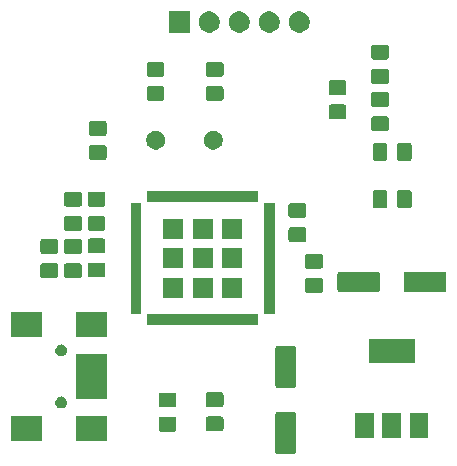
<source format=gbr>
G04 #@! TF.GenerationSoftware,KiCad,Pcbnew,5.1.5-52549c5~84~ubuntu18.04.1*
G04 #@! TF.CreationDate,2020-02-03T11:01:42+01:00*
G04 #@! TF.ProjectId,lab1,6c616231-2e6b-4696-9361-645f70636258,rev?*
G04 #@! TF.SameCoordinates,Original*
G04 #@! TF.FileFunction,Soldermask,Top*
G04 #@! TF.FilePolarity,Negative*
%FSLAX46Y46*%
G04 Gerber Fmt 4.6, Leading zero omitted, Abs format (unit mm)*
G04 Created by KiCad (PCBNEW 5.1.5-52549c5~84~ubuntu18.04.1) date 2020-02-03 11:01:42*
%MOMM*%
%LPD*%
G04 APERTURE LIST*
%ADD10C,0.100000*%
G04 APERTURE END LIST*
D10*
G36*
X277705997Y-265003051D02*
G01*
X277739652Y-265013261D01*
X277770665Y-265029838D01*
X277797851Y-265052149D01*
X277820162Y-265079335D01*
X277836739Y-265110348D01*
X277846949Y-265144003D01*
X277851000Y-265185138D01*
X277851000Y-268414862D01*
X277846949Y-268455997D01*
X277836739Y-268489652D01*
X277820162Y-268520665D01*
X277797851Y-268547851D01*
X277770665Y-268570162D01*
X277739652Y-268586739D01*
X277705997Y-268596949D01*
X277664862Y-268601000D01*
X276335138Y-268601000D01*
X276294003Y-268596949D01*
X276260348Y-268586739D01*
X276229335Y-268570162D01*
X276202149Y-268547851D01*
X276179838Y-268520665D01*
X276163261Y-268489652D01*
X276153051Y-268455997D01*
X276149000Y-268414862D01*
X276149000Y-265185138D01*
X276153051Y-265144003D01*
X276163261Y-265110348D01*
X276179838Y-265079335D01*
X276202149Y-265052149D01*
X276229335Y-265029838D01*
X276260348Y-265013261D01*
X276294003Y-265003051D01*
X276335138Y-264999000D01*
X277664862Y-264999000D01*
X277705997Y-265003051D01*
G37*
G36*
X261901000Y-267451000D02*
G01*
X259299000Y-267451000D01*
X259299000Y-265349000D01*
X261901000Y-265349000D01*
X261901000Y-267451000D01*
G37*
G36*
X256401000Y-267451000D02*
G01*
X253799000Y-267451000D01*
X253799000Y-265349000D01*
X256401000Y-265349000D01*
X256401000Y-267451000D01*
G37*
G36*
X284501000Y-267201000D02*
G01*
X282899000Y-267201000D01*
X282899000Y-265099000D01*
X284501000Y-265099000D01*
X284501000Y-267201000D01*
G37*
G36*
X286801000Y-267201000D02*
G01*
X285199000Y-267201000D01*
X285199000Y-265099000D01*
X286801000Y-265099000D01*
X286801000Y-267201000D01*
G37*
G36*
X289101000Y-267201000D02*
G01*
X287499000Y-267201000D01*
X287499000Y-265099000D01*
X289101000Y-265099000D01*
X289101000Y-267201000D01*
G37*
G36*
X267588674Y-265428465D02*
G01*
X267626367Y-265439899D01*
X267661103Y-265458466D01*
X267691548Y-265483452D01*
X267716534Y-265513897D01*
X267735101Y-265548633D01*
X267746535Y-265586326D01*
X267751000Y-265631661D01*
X267751000Y-266468339D01*
X267746535Y-266513674D01*
X267735101Y-266551367D01*
X267716534Y-266586103D01*
X267691548Y-266616548D01*
X267661103Y-266641534D01*
X267626367Y-266660101D01*
X267588674Y-266671535D01*
X267543339Y-266676000D01*
X266456661Y-266676000D01*
X266411326Y-266671535D01*
X266373633Y-266660101D01*
X266338897Y-266641534D01*
X266308452Y-266616548D01*
X266283466Y-266586103D01*
X266264899Y-266551367D01*
X266253465Y-266513674D01*
X266249000Y-266468339D01*
X266249000Y-265631661D01*
X266253465Y-265586326D01*
X266264899Y-265548633D01*
X266283466Y-265513897D01*
X266308452Y-265483452D01*
X266338897Y-265458466D01*
X266373633Y-265439899D01*
X266411326Y-265428465D01*
X266456661Y-265424000D01*
X267543339Y-265424000D01*
X267588674Y-265428465D01*
G37*
G36*
X271588674Y-265403465D02*
G01*
X271626367Y-265414899D01*
X271661103Y-265433466D01*
X271691548Y-265458452D01*
X271716534Y-265488897D01*
X271735101Y-265523633D01*
X271746535Y-265561326D01*
X271751000Y-265606661D01*
X271751000Y-266443339D01*
X271746535Y-266488674D01*
X271735101Y-266526367D01*
X271716534Y-266561103D01*
X271691548Y-266591548D01*
X271661103Y-266616534D01*
X271626367Y-266635101D01*
X271588674Y-266646535D01*
X271543339Y-266651000D01*
X270456661Y-266651000D01*
X270411326Y-266646535D01*
X270373633Y-266635101D01*
X270338897Y-266616534D01*
X270308452Y-266591548D01*
X270283466Y-266561103D01*
X270264899Y-266526367D01*
X270253465Y-266488674D01*
X270249000Y-266443339D01*
X270249000Y-265606661D01*
X270253465Y-265561326D01*
X270264899Y-265523633D01*
X270283466Y-265488897D01*
X270308452Y-265458452D01*
X270338897Y-265433466D01*
X270373633Y-265414899D01*
X270411326Y-265403465D01*
X270456661Y-265399000D01*
X271543339Y-265399000D01*
X271588674Y-265403465D01*
G37*
G36*
X258097740Y-263708626D02*
G01*
X258146136Y-263718253D01*
X258183902Y-263733896D01*
X258237311Y-263756019D01*
X258237312Y-263756020D01*
X258319369Y-263810848D01*
X258389152Y-263880631D01*
X258389153Y-263880633D01*
X258443981Y-263962689D01*
X258481747Y-264053865D01*
X258501000Y-264150655D01*
X258501000Y-264249345D01*
X258481747Y-264346135D01*
X258443981Y-264437311D01*
X258443980Y-264437312D01*
X258389152Y-264519369D01*
X258319369Y-264589152D01*
X258315804Y-264591534D01*
X258237311Y-264643981D01*
X258183902Y-264666104D01*
X258146136Y-264681747D01*
X258097740Y-264691374D01*
X258049345Y-264701000D01*
X257950655Y-264701000D01*
X257902260Y-264691374D01*
X257853864Y-264681747D01*
X257816098Y-264666104D01*
X257762689Y-264643981D01*
X257684196Y-264591534D01*
X257680631Y-264589152D01*
X257610848Y-264519369D01*
X257556020Y-264437312D01*
X257556019Y-264437311D01*
X257518253Y-264346135D01*
X257499000Y-264249345D01*
X257499000Y-264150655D01*
X257518253Y-264053865D01*
X257556019Y-263962689D01*
X257610847Y-263880633D01*
X257610848Y-263880631D01*
X257680631Y-263810848D01*
X257762688Y-263756020D01*
X257762689Y-263756019D01*
X257816098Y-263733896D01*
X257853864Y-263718253D01*
X257902260Y-263708626D01*
X257950655Y-263699000D01*
X258049345Y-263699000D01*
X258097740Y-263708626D01*
G37*
G36*
X267588674Y-263378465D02*
G01*
X267626367Y-263389899D01*
X267661103Y-263408466D01*
X267691548Y-263433452D01*
X267716534Y-263463897D01*
X267735101Y-263498633D01*
X267746535Y-263536326D01*
X267751000Y-263581661D01*
X267751000Y-264418339D01*
X267746535Y-264463674D01*
X267735101Y-264501367D01*
X267716534Y-264536103D01*
X267691548Y-264566548D01*
X267661103Y-264591534D01*
X267626367Y-264610101D01*
X267588674Y-264621535D01*
X267543339Y-264626000D01*
X266456661Y-264626000D01*
X266411326Y-264621535D01*
X266373633Y-264610101D01*
X266338897Y-264591534D01*
X266308452Y-264566548D01*
X266283466Y-264536103D01*
X266264899Y-264501367D01*
X266253465Y-264463674D01*
X266249000Y-264418339D01*
X266249000Y-263581661D01*
X266253465Y-263536326D01*
X266264899Y-263498633D01*
X266283466Y-263463897D01*
X266308452Y-263433452D01*
X266338897Y-263408466D01*
X266373633Y-263389899D01*
X266411326Y-263378465D01*
X266456661Y-263374000D01*
X267543339Y-263374000D01*
X267588674Y-263378465D01*
G37*
G36*
X271588674Y-263353465D02*
G01*
X271626367Y-263364899D01*
X271661103Y-263383466D01*
X271691548Y-263408452D01*
X271716534Y-263438897D01*
X271735101Y-263473633D01*
X271746535Y-263511326D01*
X271751000Y-263556661D01*
X271751000Y-264393339D01*
X271746535Y-264438674D01*
X271735101Y-264476367D01*
X271716534Y-264511103D01*
X271691548Y-264541548D01*
X271661103Y-264566534D01*
X271626367Y-264585101D01*
X271588674Y-264596535D01*
X271543339Y-264601000D01*
X270456661Y-264601000D01*
X270411326Y-264596535D01*
X270373633Y-264585101D01*
X270338897Y-264566534D01*
X270308452Y-264541548D01*
X270283466Y-264511103D01*
X270264899Y-264476367D01*
X270253465Y-264438674D01*
X270249000Y-264393339D01*
X270249000Y-263556661D01*
X270253465Y-263511326D01*
X270264899Y-263473633D01*
X270283466Y-263438897D01*
X270308452Y-263408452D01*
X270338897Y-263383466D01*
X270373633Y-263364899D01*
X270411326Y-263353465D01*
X270456661Y-263349000D01*
X271543339Y-263349000D01*
X271588674Y-263353465D01*
G37*
G36*
X261901000Y-263901000D02*
G01*
X259299000Y-263901000D01*
X259299000Y-260099000D01*
X261901000Y-260099000D01*
X261901000Y-263901000D01*
G37*
G36*
X277705997Y-259403051D02*
G01*
X277739652Y-259413261D01*
X277770665Y-259429838D01*
X277797851Y-259452149D01*
X277820162Y-259479335D01*
X277836739Y-259510348D01*
X277846949Y-259544003D01*
X277851000Y-259585138D01*
X277851000Y-262814862D01*
X277846949Y-262855997D01*
X277836739Y-262889652D01*
X277820162Y-262920665D01*
X277797851Y-262947851D01*
X277770665Y-262970162D01*
X277739652Y-262986739D01*
X277705997Y-262996949D01*
X277664862Y-263001000D01*
X276335138Y-263001000D01*
X276294003Y-262996949D01*
X276260348Y-262986739D01*
X276229335Y-262970162D01*
X276202149Y-262947851D01*
X276179838Y-262920665D01*
X276163261Y-262889652D01*
X276153051Y-262855997D01*
X276149000Y-262814862D01*
X276149000Y-259585138D01*
X276153051Y-259544003D01*
X276163261Y-259510348D01*
X276179838Y-259479335D01*
X276202149Y-259452149D01*
X276229335Y-259429838D01*
X276260348Y-259413261D01*
X276294003Y-259403051D01*
X276335138Y-259399000D01*
X277664862Y-259399000D01*
X277705997Y-259403051D01*
G37*
G36*
X287951000Y-260901000D02*
G01*
X284049000Y-260901000D01*
X284049000Y-258799000D01*
X287951000Y-258799000D01*
X287951000Y-260901000D01*
G37*
G36*
X258097740Y-259308626D02*
G01*
X258146136Y-259318253D01*
X258183902Y-259333896D01*
X258237311Y-259356019D01*
X258237312Y-259356020D01*
X258319369Y-259410848D01*
X258389152Y-259480631D01*
X258389153Y-259480633D01*
X258443981Y-259562689D01*
X258464843Y-259613055D01*
X258481747Y-259653864D01*
X258491374Y-259702260D01*
X258501000Y-259750655D01*
X258501000Y-259849345D01*
X258481747Y-259946135D01*
X258443981Y-260037311D01*
X258443980Y-260037312D01*
X258389152Y-260119369D01*
X258319369Y-260189152D01*
X258278062Y-260216752D01*
X258237311Y-260243981D01*
X258183902Y-260266104D01*
X258146136Y-260281747D01*
X258097740Y-260291374D01*
X258049345Y-260301000D01*
X257950655Y-260301000D01*
X257902260Y-260291374D01*
X257853864Y-260281747D01*
X257816098Y-260266104D01*
X257762689Y-260243981D01*
X257721938Y-260216752D01*
X257680631Y-260189152D01*
X257610848Y-260119369D01*
X257556020Y-260037312D01*
X257556019Y-260037311D01*
X257518253Y-259946135D01*
X257499000Y-259849345D01*
X257499000Y-259750655D01*
X257508627Y-259702260D01*
X257518253Y-259653864D01*
X257535157Y-259613055D01*
X257556019Y-259562689D01*
X257610847Y-259480633D01*
X257610848Y-259480631D01*
X257680631Y-259410848D01*
X257762688Y-259356020D01*
X257762689Y-259356019D01*
X257816098Y-259333896D01*
X257853864Y-259318253D01*
X257902260Y-259308626D01*
X257950655Y-259299000D01*
X258049345Y-259299000D01*
X258097740Y-259308626D01*
G37*
G36*
X261901000Y-258651000D02*
G01*
X259299000Y-258651000D01*
X259299000Y-256549000D01*
X261901000Y-256549000D01*
X261901000Y-258651000D01*
G37*
G36*
X256401000Y-258651000D02*
G01*
X253799000Y-258651000D01*
X253799000Y-256549000D01*
X256401000Y-256549000D01*
X256401000Y-258651000D01*
G37*
G36*
X274701000Y-257651000D02*
G01*
X265299000Y-257651000D01*
X265299000Y-256749000D01*
X274701000Y-256749000D01*
X274701000Y-257651000D01*
G37*
G36*
X276101000Y-256701000D02*
G01*
X275199000Y-256701000D01*
X275199000Y-247299000D01*
X276101000Y-247299000D01*
X276101000Y-256701000D01*
G37*
G36*
X264801000Y-256701000D02*
G01*
X263899000Y-256701000D01*
X263899000Y-247299000D01*
X264801000Y-247299000D01*
X264801000Y-256701000D01*
G37*
G36*
X273351000Y-255351000D02*
G01*
X271649000Y-255351000D01*
X271649000Y-253649000D01*
X273351000Y-253649000D01*
X273351000Y-255351000D01*
G37*
G36*
X270851000Y-255351000D02*
G01*
X269149000Y-255351000D01*
X269149000Y-253649000D01*
X270851000Y-253649000D01*
X270851000Y-255351000D01*
G37*
G36*
X268351000Y-255351000D02*
G01*
X266649000Y-255351000D01*
X266649000Y-253649000D01*
X268351000Y-253649000D01*
X268351000Y-255351000D01*
G37*
G36*
X279988674Y-253678465D02*
G01*
X280026367Y-253689899D01*
X280061103Y-253708466D01*
X280091548Y-253733452D01*
X280116534Y-253763897D01*
X280135101Y-253798633D01*
X280146535Y-253836326D01*
X280151000Y-253881661D01*
X280151000Y-254718339D01*
X280146535Y-254763674D01*
X280135101Y-254801367D01*
X280116534Y-254836103D01*
X280091548Y-254866548D01*
X280061103Y-254891534D01*
X280026367Y-254910101D01*
X279988674Y-254921535D01*
X279943339Y-254926000D01*
X278856661Y-254926000D01*
X278811326Y-254921535D01*
X278773633Y-254910101D01*
X278738897Y-254891534D01*
X278708452Y-254866548D01*
X278683466Y-254836103D01*
X278664899Y-254801367D01*
X278653465Y-254763674D01*
X278649000Y-254718339D01*
X278649000Y-253881661D01*
X278653465Y-253836326D01*
X278664899Y-253798633D01*
X278683466Y-253763897D01*
X278708452Y-253733452D01*
X278738897Y-253708466D01*
X278773633Y-253689899D01*
X278811326Y-253678465D01*
X278856661Y-253674000D01*
X279943339Y-253674000D01*
X279988674Y-253678465D01*
G37*
G36*
X284855997Y-253153051D02*
G01*
X284889652Y-253163261D01*
X284920665Y-253179838D01*
X284947851Y-253202149D01*
X284970162Y-253229335D01*
X284986739Y-253260348D01*
X284996949Y-253294003D01*
X285001000Y-253335138D01*
X285001000Y-254664862D01*
X284996949Y-254705997D01*
X284986739Y-254739652D01*
X284970162Y-254770665D01*
X284947851Y-254797851D01*
X284920665Y-254820162D01*
X284889652Y-254836739D01*
X284855997Y-254846949D01*
X284814862Y-254851000D01*
X281585138Y-254851000D01*
X281544003Y-254846949D01*
X281510348Y-254836739D01*
X281479335Y-254820162D01*
X281452149Y-254797851D01*
X281429838Y-254770665D01*
X281413261Y-254739652D01*
X281403051Y-254705997D01*
X281399000Y-254664862D01*
X281399000Y-253335138D01*
X281403051Y-253294003D01*
X281413261Y-253260348D01*
X281429838Y-253229335D01*
X281452149Y-253202149D01*
X281479335Y-253179838D01*
X281510348Y-253163261D01*
X281544003Y-253153051D01*
X281585138Y-253149000D01*
X284814862Y-253149000D01*
X284855997Y-253153051D01*
G37*
G36*
X290455997Y-253153051D02*
G01*
X290489652Y-253163261D01*
X290520665Y-253179838D01*
X290547851Y-253202149D01*
X290570162Y-253229335D01*
X290586739Y-253260348D01*
X290596949Y-253294003D01*
X290601000Y-253335138D01*
X290601000Y-254664862D01*
X290596949Y-254705997D01*
X290586739Y-254739652D01*
X290570162Y-254770665D01*
X290547851Y-254797851D01*
X290520665Y-254820162D01*
X290489652Y-254836739D01*
X290455997Y-254846949D01*
X290414862Y-254851000D01*
X287185138Y-254851000D01*
X287144003Y-254846949D01*
X287110348Y-254836739D01*
X287079335Y-254820162D01*
X287052149Y-254797851D01*
X287029838Y-254770665D01*
X287013261Y-254739652D01*
X287003051Y-254705997D01*
X286999000Y-254664862D01*
X286999000Y-253335138D01*
X287003051Y-253294003D01*
X287013261Y-253260348D01*
X287029838Y-253229335D01*
X287052149Y-253202149D01*
X287079335Y-253179838D01*
X287110348Y-253163261D01*
X287144003Y-253153051D01*
X287185138Y-253149000D01*
X290414862Y-253149000D01*
X290455997Y-253153051D01*
G37*
G36*
X257588674Y-252428465D02*
G01*
X257626367Y-252439899D01*
X257661103Y-252458466D01*
X257691548Y-252483452D01*
X257716534Y-252513897D01*
X257735101Y-252548633D01*
X257746535Y-252586326D01*
X257751000Y-252631661D01*
X257751000Y-253468339D01*
X257746535Y-253513674D01*
X257735101Y-253551367D01*
X257716534Y-253586103D01*
X257691548Y-253616548D01*
X257661103Y-253641534D01*
X257626367Y-253660101D01*
X257588674Y-253671535D01*
X257543339Y-253676000D01*
X256456661Y-253676000D01*
X256411326Y-253671535D01*
X256373633Y-253660101D01*
X256338897Y-253641534D01*
X256308452Y-253616548D01*
X256283466Y-253586103D01*
X256264899Y-253551367D01*
X256253465Y-253513674D01*
X256249000Y-253468339D01*
X256249000Y-252631661D01*
X256253465Y-252586326D01*
X256264899Y-252548633D01*
X256283466Y-252513897D01*
X256308452Y-252483452D01*
X256338897Y-252458466D01*
X256373633Y-252439899D01*
X256411326Y-252428465D01*
X256456661Y-252424000D01*
X257543339Y-252424000D01*
X257588674Y-252428465D01*
G37*
G36*
X259588674Y-252428465D02*
G01*
X259626367Y-252439899D01*
X259661103Y-252458466D01*
X259691548Y-252483452D01*
X259716534Y-252513897D01*
X259735101Y-252548633D01*
X259746535Y-252586326D01*
X259751000Y-252631661D01*
X259751000Y-253468339D01*
X259746535Y-253513674D01*
X259735101Y-253551367D01*
X259716534Y-253586103D01*
X259691548Y-253616548D01*
X259661103Y-253641534D01*
X259626367Y-253660101D01*
X259588674Y-253671535D01*
X259543339Y-253676000D01*
X258456661Y-253676000D01*
X258411326Y-253671535D01*
X258373633Y-253660101D01*
X258338897Y-253641534D01*
X258308452Y-253616548D01*
X258283466Y-253586103D01*
X258264899Y-253551367D01*
X258253465Y-253513674D01*
X258249000Y-253468339D01*
X258249000Y-252631661D01*
X258253465Y-252586326D01*
X258264899Y-252548633D01*
X258283466Y-252513897D01*
X258308452Y-252483452D01*
X258338897Y-252458466D01*
X258373633Y-252439899D01*
X258411326Y-252428465D01*
X258456661Y-252424000D01*
X259543339Y-252424000D01*
X259588674Y-252428465D01*
G37*
G36*
X261588674Y-252378465D02*
G01*
X261626367Y-252389899D01*
X261661103Y-252408466D01*
X261691548Y-252433452D01*
X261716534Y-252463897D01*
X261735101Y-252498633D01*
X261746535Y-252536326D01*
X261751000Y-252581661D01*
X261751000Y-253418339D01*
X261746535Y-253463674D01*
X261735101Y-253501367D01*
X261716534Y-253536103D01*
X261691548Y-253566548D01*
X261661103Y-253591534D01*
X261626367Y-253610101D01*
X261588674Y-253621535D01*
X261543339Y-253626000D01*
X260456661Y-253626000D01*
X260411326Y-253621535D01*
X260373633Y-253610101D01*
X260338897Y-253591534D01*
X260308452Y-253566548D01*
X260283466Y-253536103D01*
X260264899Y-253501367D01*
X260253465Y-253463674D01*
X260249000Y-253418339D01*
X260249000Y-252581661D01*
X260253465Y-252536326D01*
X260264899Y-252498633D01*
X260283466Y-252463897D01*
X260308452Y-252433452D01*
X260338897Y-252408466D01*
X260373633Y-252389899D01*
X260411326Y-252378465D01*
X260456661Y-252374000D01*
X261543339Y-252374000D01*
X261588674Y-252378465D01*
G37*
G36*
X279988674Y-251628465D02*
G01*
X280026367Y-251639899D01*
X280061103Y-251658466D01*
X280091548Y-251683452D01*
X280116534Y-251713897D01*
X280135101Y-251748633D01*
X280146535Y-251786326D01*
X280151000Y-251831661D01*
X280151000Y-252668339D01*
X280146535Y-252713674D01*
X280135101Y-252751367D01*
X280116534Y-252786103D01*
X280091548Y-252816548D01*
X280061103Y-252841534D01*
X280026367Y-252860101D01*
X279988674Y-252871535D01*
X279943339Y-252876000D01*
X278856661Y-252876000D01*
X278811326Y-252871535D01*
X278773633Y-252860101D01*
X278738897Y-252841534D01*
X278708452Y-252816548D01*
X278683466Y-252786103D01*
X278664899Y-252751367D01*
X278653465Y-252713674D01*
X278649000Y-252668339D01*
X278649000Y-251831661D01*
X278653465Y-251786326D01*
X278664899Y-251748633D01*
X278683466Y-251713897D01*
X278708452Y-251683452D01*
X278738897Y-251658466D01*
X278773633Y-251639899D01*
X278811326Y-251628465D01*
X278856661Y-251624000D01*
X279943339Y-251624000D01*
X279988674Y-251628465D01*
G37*
G36*
X268351000Y-252851000D02*
G01*
X266649000Y-252851000D01*
X266649000Y-251149000D01*
X268351000Y-251149000D01*
X268351000Y-252851000D01*
G37*
G36*
X273351000Y-252851000D02*
G01*
X271649000Y-252851000D01*
X271649000Y-251149000D01*
X273351000Y-251149000D01*
X273351000Y-252851000D01*
G37*
G36*
X270851000Y-252851000D02*
G01*
X269149000Y-252851000D01*
X269149000Y-251149000D01*
X270851000Y-251149000D01*
X270851000Y-252851000D01*
G37*
G36*
X259588674Y-250378465D02*
G01*
X259626367Y-250389899D01*
X259661103Y-250408466D01*
X259691548Y-250433452D01*
X259716534Y-250463897D01*
X259735101Y-250498633D01*
X259746535Y-250536326D01*
X259751000Y-250581661D01*
X259751000Y-251418339D01*
X259746535Y-251463674D01*
X259735101Y-251501367D01*
X259716534Y-251536103D01*
X259691548Y-251566548D01*
X259661103Y-251591534D01*
X259626367Y-251610101D01*
X259588674Y-251621535D01*
X259543339Y-251626000D01*
X258456661Y-251626000D01*
X258411326Y-251621535D01*
X258373633Y-251610101D01*
X258338897Y-251591534D01*
X258308452Y-251566548D01*
X258283466Y-251536103D01*
X258264899Y-251501367D01*
X258253465Y-251463674D01*
X258249000Y-251418339D01*
X258249000Y-250581661D01*
X258253465Y-250536326D01*
X258264899Y-250498633D01*
X258283466Y-250463897D01*
X258308452Y-250433452D01*
X258338897Y-250408466D01*
X258373633Y-250389899D01*
X258411326Y-250378465D01*
X258456661Y-250374000D01*
X259543339Y-250374000D01*
X259588674Y-250378465D01*
G37*
G36*
X257588674Y-250378465D02*
G01*
X257626367Y-250389899D01*
X257661103Y-250408466D01*
X257691548Y-250433452D01*
X257716534Y-250463897D01*
X257735101Y-250498633D01*
X257746535Y-250536326D01*
X257751000Y-250581661D01*
X257751000Y-251418339D01*
X257746535Y-251463674D01*
X257735101Y-251501367D01*
X257716534Y-251536103D01*
X257691548Y-251566548D01*
X257661103Y-251591534D01*
X257626367Y-251610101D01*
X257588674Y-251621535D01*
X257543339Y-251626000D01*
X256456661Y-251626000D01*
X256411326Y-251621535D01*
X256373633Y-251610101D01*
X256338897Y-251591534D01*
X256308452Y-251566548D01*
X256283466Y-251536103D01*
X256264899Y-251501367D01*
X256253465Y-251463674D01*
X256249000Y-251418339D01*
X256249000Y-250581661D01*
X256253465Y-250536326D01*
X256264899Y-250498633D01*
X256283466Y-250463897D01*
X256308452Y-250433452D01*
X256338897Y-250408466D01*
X256373633Y-250389899D01*
X256411326Y-250378465D01*
X256456661Y-250374000D01*
X257543339Y-250374000D01*
X257588674Y-250378465D01*
G37*
G36*
X261588674Y-250328465D02*
G01*
X261626367Y-250339899D01*
X261661103Y-250358466D01*
X261691548Y-250383452D01*
X261716534Y-250413897D01*
X261735101Y-250448633D01*
X261746535Y-250486326D01*
X261751000Y-250531661D01*
X261751000Y-251368339D01*
X261746535Y-251413674D01*
X261735101Y-251451367D01*
X261716534Y-251486103D01*
X261691548Y-251516548D01*
X261661103Y-251541534D01*
X261626367Y-251560101D01*
X261588674Y-251571535D01*
X261543339Y-251576000D01*
X260456661Y-251576000D01*
X260411326Y-251571535D01*
X260373633Y-251560101D01*
X260338897Y-251541534D01*
X260308452Y-251516548D01*
X260283466Y-251486103D01*
X260264899Y-251451367D01*
X260253465Y-251413674D01*
X260249000Y-251368339D01*
X260249000Y-250531661D01*
X260253465Y-250486326D01*
X260264899Y-250448633D01*
X260283466Y-250413897D01*
X260308452Y-250383452D01*
X260338897Y-250358466D01*
X260373633Y-250339899D01*
X260411326Y-250328465D01*
X260456661Y-250324000D01*
X261543339Y-250324000D01*
X261588674Y-250328465D01*
G37*
G36*
X278588674Y-249378465D02*
G01*
X278626367Y-249389899D01*
X278661103Y-249408466D01*
X278691548Y-249433452D01*
X278716534Y-249463897D01*
X278735101Y-249498633D01*
X278746535Y-249536326D01*
X278751000Y-249581661D01*
X278751000Y-250418339D01*
X278746535Y-250463674D01*
X278735101Y-250501367D01*
X278716534Y-250536103D01*
X278691548Y-250566548D01*
X278661103Y-250591534D01*
X278626367Y-250610101D01*
X278588674Y-250621535D01*
X278543339Y-250626000D01*
X277456661Y-250626000D01*
X277411326Y-250621535D01*
X277373633Y-250610101D01*
X277338897Y-250591534D01*
X277308452Y-250566548D01*
X277283466Y-250536103D01*
X277264899Y-250501367D01*
X277253465Y-250463674D01*
X277249000Y-250418339D01*
X277249000Y-249581661D01*
X277253465Y-249536326D01*
X277264899Y-249498633D01*
X277283466Y-249463897D01*
X277308452Y-249433452D01*
X277338897Y-249408466D01*
X277373633Y-249389899D01*
X277411326Y-249378465D01*
X277456661Y-249374000D01*
X278543339Y-249374000D01*
X278588674Y-249378465D01*
G37*
G36*
X268351000Y-250351000D02*
G01*
X266649000Y-250351000D01*
X266649000Y-248649000D01*
X268351000Y-248649000D01*
X268351000Y-250351000D01*
G37*
G36*
X270851000Y-250351000D02*
G01*
X269149000Y-250351000D01*
X269149000Y-248649000D01*
X270851000Y-248649000D01*
X270851000Y-250351000D01*
G37*
G36*
X273351000Y-250351000D02*
G01*
X271649000Y-250351000D01*
X271649000Y-248649000D01*
X273351000Y-248649000D01*
X273351000Y-250351000D01*
G37*
G36*
X259588674Y-248428465D02*
G01*
X259626367Y-248439899D01*
X259661103Y-248458466D01*
X259691548Y-248483452D01*
X259716534Y-248513897D01*
X259735101Y-248548633D01*
X259746535Y-248586326D01*
X259751000Y-248631661D01*
X259751000Y-249468339D01*
X259746535Y-249513674D01*
X259735101Y-249551367D01*
X259716534Y-249586103D01*
X259691548Y-249616548D01*
X259661103Y-249641534D01*
X259626367Y-249660101D01*
X259588674Y-249671535D01*
X259543339Y-249676000D01*
X258456661Y-249676000D01*
X258411326Y-249671535D01*
X258373633Y-249660101D01*
X258338897Y-249641534D01*
X258308452Y-249616548D01*
X258283466Y-249586103D01*
X258264899Y-249551367D01*
X258253465Y-249513674D01*
X258249000Y-249468339D01*
X258249000Y-248631661D01*
X258253465Y-248586326D01*
X258264899Y-248548633D01*
X258283466Y-248513897D01*
X258308452Y-248483452D01*
X258338897Y-248458466D01*
X258373633Y-248439899D01*
X258411326Y-248428465D01*
X258456661Y-248424000D01*
X259543339Y-248424000D01*
X259588674Y-248428465D01*
G37*
G36*
X261588674Y-248428465D02*
G01*
X261626367Y-248439899D01*
X261661103Y-248458466D01*
X261691548Y-248483452D01*
X261716534Y-248513897D01*
X261735101Y-248548633D01*
X261746535Y-248586326D01*
X261751000Y-248631661D01*
X261751000Y-249468339D01*
X261746535Y-249513674D01*
X261735101Y-249551367D01*
X261716534Y-249586103D01*
X261691548Y-249616548D01*
X261661103Y-249641534D01*
X261626367Y-249660101D01*
X261588674Y-249671535D01*
X261543339Y-249676000D01*
X260456661Y-249676000D01*
X260411326Y-249671535D01*
X260373633Y-249660101D01*
X260338897Y-249641534D01*
X260308452Y-249616548D01*
X260283466Y-249586103D01*
X260264899Y-249551367D01*
X260253465Y-249513674D01*
X260249000Y-249468339D01*
X260249000Y-248631661D01*
X260253465Y-248586326D01*
X260264899Y-248548633D01*
X260283466Y-248513897D01*
X260308452Y-248483452D01*
X260338897Y-248458466D01*
X260373633Y-248439899D01*
X260411326Y-248428465D01*
X260456661Y-248424000D01*
X261543339Y-248424000D01*
X261588674Y-248428465D01*
G37*
G36*
X278588674Y-247328465D02*
G01*
X278626367Y-247339899D01*
X278661103Y-247358466D01*
X278691548Y-247383452D01*
X278716534Y-247413897D01*
X278735101Y-247448633D01*
X278746535Y-247486326D01*
X278751000Y-247531661D01*
X278751000Y-248368339D01*
X278746535Y-248413674D01*
X278735101Y-248451367D01*
X278716534Y-248486103D01*
X278691548Y-248516548D01*
X278661103Y-248541534D01*
X278626367Y-248560101D01*
X278588674Y-248571535D01*
X278543339Y-248576000D01*
X277456661Y-248576000D01*
X277411326Y-248571535D01*
X277373633Y-248560101D01*
X277338897Y-248541534D01*
X277308452Y-248516548D01*
X277283466Y-248486103D01*
X277264899Y-248451367D01*
X277253465Y-248413674D01*
X277249000Y-248368339D01*
X277249000Y-247531661D01*
X277253465Y-247486326D01*
X277264899Y-247448633D01*
X277283466Y-247413897D01*
X277308452Y-247383452D01*
X277338897Y-247358466D01*
X277373633Y-247339899D01*
X277411326Y-247328465D01*
X277456661Y-247324000D01*
X278543339Y-247324000D01*
X278588674Y-247328465D01*
G37*
G36*
X287513674Y-246253465D02*
G01*
X287551367Y-246264899D01*
X287586103Y-246283466D01*
X287616548Y-246308452D01*
X287641534Y-246338897D01*
X287660101Y-246373633D01*
X287671535Y-246411326D01*
X287676000Y-246456661D01*
X287676000Y-247543339D01*
X287671535Y-247588674D01*
X287660101Y-247626367D01*
X287641534Y-247661103D01*
X287616548Y-247691548D01*
X287586103Y-247716534D01*
X287551367Y-247735101D01*
X287513674Y-247746535D01*
X287468339Y-247751000D01*
X286631661Y-247751000D01*
X286586326Y-247746535D01*
X286548633Y-247735101D01*
X286513897Y-247716534D01*
X286483452Y-247691548D01*
X286458466Y-247661103D01*
X286439899Y-247626367D01*
X286428465Y-247588674D01*
X286424000Y-247543339D01*
X286424000Y-246456661D01*
X286428465Y-246411326D01*
X286439899Y-246373633D01*
X286458466Y-246338897D01*
X286483452Y-246308452D01*
X286513897Y-246283466D01*
X286548633Y-246264899D01*
X286586326Y-246253465D01*
X286631661Y-246249000D01*
X287468339Y-246249000D01*
X287513674Y-246253465D01*
G37*
G36*
X285463674Y-246253465D02*
G01*
X285501367Y-246264899D01*
X285536103Y-246283466D01*
X285566548Y-246308452D01*
X285591534Y-246338897D01*
X285610101Y-246373633D01*
X285621535Y-246411326D01*
X285626000Y-246456661D01*
X285626000Y-247543339D01*
X285621535Y-247588674D01*
X285610101Y-247626367D01*
X285591534Y-247661103D01*
X285566548Y-247691548D01*
X285536103Y-247716534D01*
X285501367Y-247735101D01*
X285463674Y-247746535D01*
X285418339Y-247751000D01*
X284581661Y-247751000D01*
X284536326Y-247746535D01*
X284498633Y-247735101D01*
X284463897Y-247716534D01*
X284433452Y-247691548D01*
X284408466Y-247661103D01*
X284389899Y-247626367D01*
X284378465Y-247588674D01*
X284374000Y-247543339D01*
X284374000Y-246456661D01*
X284378465Y-246411326D01*
X284389899Y-246373633D01*
X284408466Y-246338897D01*
X284433452Y-246308452D01*
X284463897Y-246283466D01*
X284498633Y-246264899D01*
X284536326Y-246253465D01*
X284581661Y-246249000D01*
X285418339Y-246249000D01*
X285463674Y-246253465D01*
G37*
G36*
X261588674Y-246378465D02*
G01*
X261626367Y-246389899D01*
X261661103Y-246408466D01*
X261691548Y-246433452D01*
X261716534Y-246463897D01*
X261735101Y-246498633D01*
X261746535Y-246536326D01*
X261751000Y-246581661D01*
X261751000Y-247418339D01*
X261746535Y-247463674D01*
X261735101Y-247501367D01*
X261716534Y-247536103D01*
X261691548Y-247566548D01*
X261661103Y-247591534D01*
X261626367Y-247610101D01*
X261588674Y-247621535D01*
X261543339Y-247626000D01*
X260456661Y-247626000D01*
X260411326Y-247621535D01*
X260373633Y-247610101D01*
X260338897Y-247591534D01*
X260308452Y-247566548D01*
X260283466Y-247536103D01*
X260264899Y-247501367D01*
X260253465Y-247463674D01*
X260249000Y-247418339D01*
X260249000Y-246581661D01*
X260253465Y-246536326D01*
X260264899Y-246498633D01*
X260283466Y-246463897D01*
X260308452Y-246433452D01*
X260338897Y-246408466D01*
X260373633Y-246389899D01*
X260411326Y-246378465D01*
X260456661Y-246374000D01*
X261543339Y-246374000D01*
X261588674Y-246378465D01*
G37*
G36*
X259588674Y-246378465D02*
G01*
X259626367Y-246389899D01*
X259661103Y-246408466D01*
X259691548Y-246433452D01*
X259716534Y-246463897D01*
X259735101Y-246498633D01*
X259746535Y-246536326D01*
X259751000Y-246581661D01*
X259751000Y-247418339D01*
X259746535Y-247463674D01*
X259735101Y-247501367D01*
X259716534Y-247536103D01*
X259691548Y-247566548D01*
X259661103Y-247591534D01*
X259626367Y-247610101D01*
X259588674Y-247621535D01*
X259543339Y-247626000D01*
X258456661Y-247626000D01*
X258411326Y-247621535D01*
X258373633Y-247610101D01*
X258338897Y-247591534D01*
X258308452Y-247566548D01*
X258283466Y-247536103D01*
X258264899Y-247501367D01*
X258253465Y-247463674D01*
X258249000Y-247418339D01*
X258249000Y-246581661D01*
X258253465Y-246536326D01*
X258264899Y-246498633D01*
X258283466Y-246463897D01*
X258308452Y-246433452D01*
X258338897Y-246408466D01*
X258373633Y-246389899D01*
X258411326Y-246378465D01*
X258456661Y-246374000D01*
X259543339Y-246374000D01*
X259588674Y-246378465D01*
G37*
G36*
X274701000Y-247251000D02*
G01*
X265299000Y-247251000D01*
X265299000Y-246349000D01*
X274701000Y-246349000D01*
X274701000Y-247251000D01*
G37*
G36*
X285463674Y-242253465D02*
G01*
X285501367Y-242264899D01*
X285536103Y-242283466D01*
X285566548Y-242308452D01*
X285591534Y-242338897D01*
X285610101Y-242373633D01*
X285621535Y-242411326D01*
X285626000Y-242456661D01*
X285626000Y-243543339D01*
X285621535Y-243588674D01*
X285610101Y-243626367D01*
X285591534Y-243661103D01*
X285566548Y-243691548D01*
X285536103Y-243716534D01*
X285501367Y-243735101D01*
X285463674Y-243746535D01*
X285418339Y-243751000D01*
X284581661Y-243751000D01*
X284536326Y-243746535D01*
X284498633Y-243735101D01*
X284463897Y-243716534D01*
X284433452Y-243691548D01*
X284408466Y-243661103D01*
X284389899Y-243626367D01*
X284378465Y-243588674D01*
X284374000Y-243543339D01*
X284374000Y-242456661D01*
X284378465Y-242411326D01*
X284389899Y-242373633D01*
X284408466Y-242338897D01*
X284433452Y-242308452D01*
X284463897Y-242283466D01*
X284498633Y-242264899D01*
X284536326Y-242253465D01*
X284581661Y-242249000D01*
X285418339Y-242249000D01*
X285463674Y-242253465D01*
G37*
G36*
X287513674Y-242253465D02*
G01*
X287551367Y-242264899D01*
X287586103Y-242283466D01*
X287616548Y-242308452D01*
X287641534Y-242338897D01*
X287660101Y-242373633D01*
X287671535Y-242411326D01*
X287676000Y-242456661D01*
X287676000Y-243543339D01*
X287671535Y-243588674D01*
X287660101Y-243626367D01*
X287641534Y-243661103D01*
X287616548Y-243691548D01*
X287586103Y-243716534D01*
X287551367Y-243735101D01*
X287513674Y-243746535D01*
X287468339Y-243751000D01*
X286631661Y-243751000D01*
X286586326Y-243746535D01*
X286548633Y-243735101D01*
X286513897Y-243716534D01*
X286483452Y-243691548D01*
X286458466Y-243661103D01*
X286439899Y-243626367D01*
X286428465Y-243588674D01*
X286424000Y-243543339D01*
X286424000Y-242456661D01*
X286428465Y-242411326D01*
X286439899Y-242373633D01*
X286458466Y-242338897D01*
X286483452Y-242308452D01*
X286513897Y-242283466D01*
X286548633Y-242264899D01*
X286586326Y-242253465D01*
X286631661Y-242249000D01*
X287468339Y-242249000D01*
X287513674Y-242253465D01*
G37*
G36*
X261688674Y-242428465D02*
G01*
X261726367Y-242439899D01*
X261761103Y-242458466D01*
X261791548Y-242483452D01*
X261816534Y-242513897D01*
X261835101Y-242548633D01*
X261846535Y-242586326D01*
X261851000Y-242631661D01*
X261851000Y-243468339D01*
X261846535Y-243513674D01*
X261835101Y-243551367D01*
X261816534Y-243586103D01*
X261791548Y-243616548D01*
X261761103Y-243641534D01*
X261726367Y-243660101D01*
X261688674Y-243671535D01*
X261643339Y-243676000D01*
X260556661Y-243676000D01*
X260511326Y-243671535D01*
X260473633Y-243660101D01*
X260438897Y-243641534D01*
X260408452Y-243616548D01*
X260383466Y-243586103D01*
X260364899Y-243551367D01*
X260353465Y-243513674D01*
X260349000Y-243468339D01*
X260349000Y-242631661D01*
X260353465Y-242586326D01*
X260364899Y-242548633D01*
X260383466Y-242513897D01*
X260408452Y-242483452D01*
X260438897Y-242458466D01*
X260473633Y-242439899D01*
X260511326Y-242428465D01*
X260556661Y-242424000D01*
X261643339Y-242424000D01*
X261688674Y-242428465D01*
G37*
G36*
X271113642Y-241229781D02*
G01*
X271259414Y-241290162D01*
X271259416Y-241290163D01*
X271390608Y-241377822D01*
X271502178Y-241489392D01*
X271589837Y-241620584D01*
X271589838Y-241620586D01*
X271650219Y-241766358D01*
X271681000Y-241921107D01*
X271681000Y-242078893D01*
X271650219Y-242233642D01*
X271589838Y-242379414D01*
X271589837Y-242379416D01*
X271502178Y-242510608D01*
X271390608Y-242622178D01*
X271259416Y-242709837D01*
X271259415Y-242709838D01*
X271259414Y-242709838D01*
X271113642Y-242770219D01*
X270958893Y-242801000D01*
X270801107Y-242801000D01*
X270646358Y-242770219D01*
X270500586Y-242709838D01*
X270500585Y-242709838D01*
X270500584Y-242709837D01*
X270369392Y-242622178D01*
X270257822Y-242510608D01*
X270170163Y-242379416D01*
X270170162Y-242379414D01*
X270109781Y-242233642D01*
X270079000Y-242078893D01*
X270079000Y-241921107D01*
X270109781Y-241766358D01*
X270170162Y-241620586D01*
X270170163Y-241620584D01*
X270257822Y-241489392D01*
X270369392Y-241377822D01*
X270500584Y-241290163D01*
X270500586Y-241290162D01*
X270646358Y-241229781D01*
X270801107Y-241199000D01*
X270958893Y-241199000D01*
X271113642Y-241229781D01*
G37*
G36*
X266233642Y-241229781D02*
G01*
X266379414Y-241290162D01*
X266379416Y-241290163D01*
X266510608Y-241377822D01*
X266622178Y-241489392D01*
X266709837Y-241620584D01*
X266709838Y-241620586D01*
X266770219Y-241766358D01*
X266801000Y-241921107D01*
X266801000Y-242078893D01*
X266770219Y-242233642D01*
X266709838Y-242379414D01*
X266709837Y-242379416D01*
X266622178Y-242510608D01*
X266510608Y-242622178D01*
X266379416Y-242709837D01*
X266379415Y-242709838D01*
X266379414Y-242709838D01*
X266233642Y-242770219D01*
X266078893Y-242801000D01*
X265921107Y-242801000D01*
X265766358Y-242770219D01*
X265620586Y-242709838D01*
X265620585Y-242709838D01*
X265620584Y-242709837D01*
X265489392Y-242622178D01*
X265377822Y-242510608D01*
X265290163Y-242379416D01*
X265290162Y-242379414D01*
X265229781Y-242233642D01*
X265199000Y-242078893D01*
X265199000Y-241921107D01*
X265229781Y-241766358D01*
X265290162Y-241620586D01*
X265290163Y-241620584D01*
X265377822Y-241489392D01*
X265489392Y-241377822D01*
X265620584Y-241290163D01*
X265620586Y-241290162D01*
X265766358Y-241229781D01*
X265921107Y-241199000D01*
X266078893Y-241199000D01*
X266233642Y-241229781D01*
G37*
G36*
X261688674Y-240378465D02*
G01*
X261726367Y-240389899D01*
X261761103Y-240408466D01*
X261791548Y-240433452D01*
X261816534Y-240463897D01*
X261835101Y-240498633D01*
X261846535Y-240536326D01*
X261851000Y-240581661D01*
X261851000Y-241418339D01*
X261846535Y-241463674D01*
X261835101Y-241501367D01*
X261816534Y-241536103D01*
X261791548Y-241566548D01*
X261761103Y-241591534D01*
X261726367Y-241610101D01*
X261688674Y-241621535D01*
X261643339Y-241626000D01*
X260556661Y-241626000D01*
X260511326Y-241621535D01*
X260473633Y-241610101D01*
X260438897Y-241591534D01*
X260408452Y-241566548D01*
X260383466Y-241536103D01*
X260364899Y-241501367D01*
X260353465Y-241463674D01*
X260349000Y-241418339D01*
X260349000Y-240581661D01*
X260353465Y-240536326D01*
X260364899Y-240498633D01*
X260383466Y-240463897D01*
X260408452Y-240433452D01*
X260438897Y-240408466D01*
X260473633Y-240389899D01*
X260511326Y-240378465D01*
X260556661Y-240374000D01*
X261643339Y-240374000D01*
X261688674Y-240378465D01*
G37*
G36*
X285588674Y-239978465D02*
G01*
X285626367Y-239989899D01*
X285661103Y-240008466D01*
X285691548Y-240033452D01*
X285716534Y-240063897D01*
X285735101Y-240098633D01*
X285746535Y-240136326D01*
X285751000Y-240181661D01*
X285751000Y-241018339D01*
X285746535Y-241063674D01*
X285735101Y-241101367D01*
X285716534Y-241136103D01*
X285691548Y-241166548D01*
X285661103Y-241191534D01*
X285626367Y-241210101D01*
X285588674Y-241221535D01*
X285543339Y-241226000D01*
X284456661Y-241226000D01*
X284411326Y-241221535D01*
X284373633Y-241210101D01*
X284338897Y-241191534D01*
X284308452Y-241166548D01*
X284283466Y-241136103D01*
X284264899Y-241101367D01*
X284253465Y-241063674D01*
X284249000Y-241018339D01*
X284249000Y-240181661D01*
X284253465Y-240136326D01*
X284264899Y-240098633D01*
X284283466Y-240063897D01*
X284308452Y-240033452D01*
X284338897Y-240008466D01*
X284373633Y-239989899D01*
X284411326Y-239978465D01*
X284456661Y-239974000D01*
X285543339Y-239974000D01*
X285588674Y-239978465D01*
G37*
G36*
X281988674Y-238978465D02*
G01*
X282026367Y-238989899D01*
X282061103Y-239008466D01*
X282091548Y-239033452D01*
X282116534Y-239063897D01*
X282135101Y-239098633D01*
X282146535Y-239136326D01*
X282151000Y-239181661D01*
X282151000Y-240018339D01*
X282146535Y-240063674D01*
X282135101Y-240101367D01*
X282116534Y-240136103D01*
X282091548Y-240166548D01*
X282061103Y-240191534D01*
X282026367Y-240210101D01*
X281988674Y-240221535D01*
X281943339Y-240226000D01*
X280856661Y-240226000D01*
X280811326Y-240221535D01*
X280773633Y-240210101D01*
X280738897Y-240191534D01*
X280708452Y-240166548D01*
X280683466Y-240136103D01*
X280664899Y-240101367D01*
X280653465Y-240063674D01*
X280649000Y-240018339D01*
X280649000Y-239181661D01*
X280653465Y-239136326D01*
X280664899Y-239098633D01*
X280683466Y-239063897D01*
X280708452Y-239033452D01*
X280738897Y-239008466D01*
X280773633Y-238989899D01*
X280811326Y-238978465D01*
X280856661Y-238974000D01*
X281943339Y-238974000D01*
X281988674Y-238978465D01*
G37*
G36*
X285588674Y-237928465D02*
G01*
X285626367Y-237939899D01*
X285661103Y-237958466D01*
X285691548Y-237983452D01*
X285716534Y-238013897D01*
X285735101Y-238048633D01*
X285746535Y-238086326D01*
X285751000Y-238131661D01*
X285751000Y-238968339D01*
X285746535Y-239013674D01*
X285735101Y-239051367D01*
X285716534Y-239086103D01*
X285691548Y-239116548D01*
X285661103Y-239141534D01*
X285626367Y-239160101D01*
X285588674Y-239171535D01*
X285543339Y-239176000D01*
X284456661Y-239176000D01*
X284411326Y-239171535D01*
X284373633Y-239160101D01*
X284338897Y-239141534D01*
X284308452Y-239116548D01*
X284283466Y-239086103D01*
X284264899Y-239051367D01*
X284253465Y-239013674D01*
X284249000Y-238968339D01*
X284249000Y-238131661D01*
X284253465Y-238086326D01*
X284264899Y-238048633D01*
X284283466Y-238013897D01*
X284308452Y-237983452D01*
X284338897Y-237958466D01*
X284373633Y-237939899D01*
X284411326Y-237928465D01*
X284456661Y-237924000D01*
X285543339Y-237924000D01*
X285588674Y-237928465D01*
G37*
G36*
X271588674Y-237428465D02*
G01*
X271626367Y-237439899D01*
X271661103Y-237458466D01*
X271691548Y-237483452D01*
X271716534Y-237513897D01*
X271735101Y-237548633D01*
X271746535Y-237586326D01*
X271751000Y-237631661D01*
X271751000Y-238468339D01*
X271746535Y-238513674D01*
X271735101Y-238551367D01*
X271716534Y-238586103D01*
X271691548Y-238616548D01*
X271661103Y-238641534D01*
X271626367Y-238660101D01*
X271588674Y-238671535D01*
X271543339Y-238676000D01*
X270456661Y-238676000D01*
X270411326Y-238671535D01*
X270373633Y-238660101D01*
X270338897Y-238641534D01*
X270308452Y-238616548D01*
X270283466Y-238586103D01*
X270264899Y-238551367D01*
X270253465Y-238513674D01*
X270249000Y-238468339D01*
X270249000Y-237631661D01*
X270253465Y-237586326D01*
X270264899Y-237548633D01*
X270283466Y-237513897D01*
X270308452Y-237483452D01*
X270338897Y-237458466D01*
X270373633Y-237439899D01*
X270411326Y-237428465D01*
X270456661Y-237424000D01*
X271543339Y-237424000D01*
X271588674Y-237428465D01*
G37*
G36*
X266588674Y-237428465D02*
G01*
X266626367Y-237439899D01*
X266661103Y-237458466D01*
X266691548Y-237483452D01*
X266716534Y-237513897D01*
X266735101Y-237548633D01*
X266746535Y-237586326D01*
X266751000Y-237631661D01*
X266751000Y-238468339D01*
X266746535Y-238513674D01*
X266735101Y-238551367D01*
X266716534Y-238586103D01*
X266691548Y-238616548D01*
X266661103Y-238641534D01*
X266626367Y-238660101D01*
X266588674Y-238671535D01*
X266543339Y-238676000D01*
X265456661Y-238676000D01*
X265411326Y-238671535D01*
X265373633Y-238660101D01*
X265338897Y-238641534D01*
X265308452Y-238616548D01*
X265283466Y-238586103D01*
X265264899Y-238551367D01*
X265253465Y-238513674D01*
X265249000Y-238468339D01*
X265249000Y-237631661D01*
X265253465Y-237586326D01*
X265264899Y-237548633D01*
X265283466Y-237513897D01*
X265308452Y-237483452D01*
X265338897Y-237458466D01*
X265373633Y-237439899D01*
X265411326Y-237428465D01*
X265456661Y-237424000D01*
X266543339Y-237424000D01*
X266588674Y-237428465D01*
G37*
G36*
X281988674Y-236928465D02*
G01*
X282026367Y-236939899D01*
X282061103Y-236958466D01*
X282091548Y-236983452D01*
X282116534Y-237013897D01*
X282135101Y-237048633D01*
X282146535Y-237086326D01*
X282151000Y-237131661D01*
X282151000Y-237968339D01*
X282146535Y-238013674D01*
X282135101Y-238051367D01*
X282116534Y-238086103D01*
X282091548Y-238116548D01*
X282061103Y-238141534D01*
X282026367Y-238160101D01*
X281988674Y-238171535D01*
X281943339Y-238176000D01*
X280856661Y-238176000D01*
X280811326Y-238171535D01*
X280773633Y-238160101D01*
X280738897Y-238141534D01*
X280708452Y-238116548D01*
X280683466Y-238086103D01*
X280664899Y-238051367D01*
X280653465Y-238013674D01*
X280649000Y-237968339D01*
X280649000Y-237131661D01*
X280653465Y-237086326D01*
X280664899Y-237048633D01*
X280683466Y-237013897D01*
X280708452Y-236983452D01*
X280738897Y-236958466D01*
X280773633Y-236939899D01*
X280811326Y-236928465D01*
X280856661Y-236924000D01*
X281943339Y-236924000D01*
X281988674Y-236928465D01*
G37*
G36*
X285588674Y-235978465D02*
G01*
X285626367Y-235989899D01*
X285661103Y-236008466D01*
X285691548Y-236033452D01*
X285716534Y-236063897D01*
X285735101Y-236098633D01*
X285746535Y-236136326D01*
X285751000Y-236181661D01*
X285751000Y-237018339D01*
X285746535Y-237063674D01*
X285735101Y-237101367D01*
X285716534Y-237136103D01*
X285691548Y-237166548D01*
X285661103Y-237191534D01*
X285626367Y-237210101D01*
X285588674Y-237221535D01*
X285543339Y-237226000D01*
X284456661Y-237226000D01*
X284411326Y-237221535D01*
X284373633Y-237210101D01*
X284338897Y-237191534D01*
X284308452Y-237166548D01*
X284283466Y-237136103D01*
X284264899Y-237101367D01*
X284253465Y-237063674D01*
X284249000Y-237018339D01*
X284249000Y-236181661D01*
X284253465Y-236136326D01*
X284264899Y-236098633D01*
X284283466Y-236063897D01*
X284308452Y-236033452D01*
X284338897Y-236008466D01*
X284373633Y-235989899D01*
X284411326Y-235978465D01*
X284456661Y-235974000D01*
X285543339Y-235974000D01*
X285588674Y-235978465D01*
G37*
G36*
X271588674Y-235378465D02*
G01*
X271626367Y-235389899D01*
X271661103Y-235408466D01*
X271691548Y-235433452D01*
X271716534Y-235463897D01*
X271735101Y-235498633D01*
X271746535Y-235536326D01*
X271751000Y-235581661D01*
X271751000Y-236418339D01*
X271746535Y-236463674D01*
X271735101Y-236501367D01*
X271716534Y-236536103D01*
X271691548Y-236566548D01*
X271661103Y-236591534D01*
X271626367Y-236610101D01*
X271588674Y-236621535D01*
X271543339Y-236626000D01*
X270456661Y-236626000D01*
X270411326Y-236621535D01*
X270373633Y-236610101D01*
X270338897Y-236591534D01*
X270308452Y-236566548D01*
X270283466Y-236536103D01*
X270264899Y-236501367D01*
X270253465Y-236463674D01*
X270249000Y-236418339D01*
X270249000Y-235581661D01*
X270253465Y-235536326D01*
X270264899Y-235498633D01*
X270283466Y-235463897D01*
X270308452Y-235433452D01*
X270338897Y-235408466D01*
X270373633Y-235389899D01*
X270411326Y-235378465D01*
X270456661Y-235374000D01*
X271543339Y-235374000D01*
X271588674Y-235378465D01*
G37*
G36*
X266588674Y-235378465D02*
G01*
X266626367Y-235389899D01*
X266661103Y-235408466D01*
X266691548Y-235433452D01*
X266716534Y-235463897D01*
X266735101Y-235498633D01*
X266746535Y-235536326D01*
X266751000Y-235581661D01*
X266751000Y-236418339D01*
X266746535Y-236463674D01*
X266735101Y-236501367D01*
X266716534Y-236536103D01*
X266691548Y-236566548D01*
X266661103Y-236591534D01*
X266626367Y-236610101D01*
X266588674Y-236621535D01*
X266543339Y-236626000D01*
X265456661Y-236626000D01*
X265411326Y-236621535D01*
X265373633Y-236610101D01*
X265338897Y-236591534D01*
X265308452Y-236566548D01*
X265283466Y-236536103D01*
X265264899Y-236501367D01*
X265253465Y-236463674D01*
X265249000Y-236418339D01*
X265249000Y-235581661D01*
X265253465Y-235536326D01*
X265264899Y-235498633D01*
X265283466Y-235463897D01*
X265308452Y-235433452D01*
X265338897Y-235408466D01*
X265373633Y-235389899D01*
X265411326Y-235378465D01*
X265456661Y-235374000D01*
X266543339Y-235374000D01*
X266588674Y-235378465D01*
G37*
G36*
X285588674Y-233928465D02*
G01*
X285626367Y-233939899D01*
X285661103Y-233958466D01*
X285691548Y-233983452D01*
X285716534Y-234013897D01*
X285735101Y-234048633D01*
X285746535Y-234086326D01*
X285751000Y-234131661D01*
X285751000Y-234968339D01*
X285746535Y-235013674D01*
X285735101Y-235051367D01*
X285716534Y-235086103D01*
X285691548Y-235116548D01*
X285661103Y-235141534D01*
X285626367Y-235160101D01*
X285588674Y-235171535D01*
X285543339Y-235176000D01*
X284456661Y-235176000D01*
X284411326Y-235171535D01*
X284373633Y-235160101D01*
X284338897Y-235141534D01*
X284308452Y-235116548D01*
X284283466Y-235086103D01*
X284264899Y-235051367D01*
X284253465Y-235013674D01*
X284249000Y-234968339D01*
X284249000Y-234131661D01*
X284253465Y-234086326D01*
X284264899Y-234048633D01*
X284283466Y-234013897D01*
X284308452Y-233983452D01*
X284338897Y-233958466D01*
X284373633Y-233939899D01*
X284411326Y-233928465D01*
X284456661Y-233924000D01*
X285543339Y-233924000D01*
X285588674Y-233928465D01*
G37*
G36*
X275733512Y-231103927D02*
G01*
X275882812Y-231133624D01*
X276046784Y-231201544D01*
X276194354Y-231300147D01*
X276319853Y-231425646D01*
X276418456Y-231573216D01*
X276486376Y-231737188D01*
X276521000Y-231911259D01*
X276521000Y-232088741D01*
X276486376Y-232262812D01*
X276418456Y-232426784D01*
X276319853Y-232574354D01*
X276194354Y-232699853D01*
X276046784Y-232798456D01*
X275882812Y-232866376D01*
X275733512Y-232896073D01*
X275708742Y-232901000D01*
X275531258Y-232901000D01*
X275506488Y-232896073D01*
X275357188Y-232866376D01*
X275193216Y-232798456D01*
X275045646Y-232699853D01*
X274920147Y-232574354D01*
X274821544Y-232426784D01*
X274753624Y-232262812D01*
X274719000Y-232088741D01*
X274719000Y-231911259D01*
X274753624Y-231737188D01*
X274821544Y-231573216D01*
X274920147Y-231425646D01*
X275045646Y-231300147D01*
X275193216Y-231201544D01*
X275357188Y-231133624D01*
X275506488Y-231103927D01*
X275531258Y-231099000D01*
X275708742Y-231099000D01*
X275733512Y-231103927D01*
G37*
G36*
X278273512Y-231103927D02*
G01*
X278422812Y-231133624D01*
X278586784Y-231201544D01*
X278734354Y-231300147D01*
X278859853Y-231425646D01*
X278958456Y-231573216D01*
X279026376Y-231737188D01*
X279061000Y-231911259D01*
X279061000Y-232088741D01*
X279026376Y-232262812D01*
X278958456Y-232426784D01*
X278859853Y-232574354D01*
X278734354Y-232699853D01*
X278586784Y-232798456D01*
X278422812Y-232866376D01*
X278273512Y-232896073D01*
X278248742Y-232901000D01*
X278071258Y-232901000D01*
X278046488Y-232896073D01*
X277897188Y-232866376D01*
X277733216Y-232798456D01*
X277585646Y-232699853D01*
X277460147Y-232574354D01*
X277361544Y-232426784D01*
X277293624Y-232262812D01*
X277259000Y-232088741D01*
X277259000Y-231911259D01*
X277293624Y-231737188D01*
X277361544Y-231573216D01*
X277460147Y-231425646D01*
X277585646Y-231300147D01*
X277733216Y-231201544D01*
X277897188Y-231133624D01*
X278046488Y-231103927D01*
X278071258Y-231099000D01*
X278248742Y-231099000D01*
X278273512Y-231103927D01*
G37*
G36*
X273193512Y-231103927D02*
G01*
X273342812Y-231133624D01*
X273506784Y-231201544D01*
X273654354Y-231300147D01*
X273779853Y-231425646D01*
X273878456Y-231573216D01*
X273946376Y-231737188D01*
X273981000Y-231911259D01*
X273981000Y-232088741D01*
X273946376Y-232262812D01*
X273878456Y-232426784D01*
X273779853Y-232574354D01*
X273654354Y-232699853D01*
X273506784Y-232798456D01*
X273342812Y-232866376D01*
X273193512Y-232896073D01*
X273168742Y-232901000D01*
X272991258Y-232901000D01*
X272966488Y-232896073D01*
X272817188Y-232866376D01*
X272653216Y-232798456D01*
X272505646Y-232699853D01*
X272380147Y-232574354D01*
X272281544Y-232426784D01*
X272213624Y-232262812D01*
X272179000Y-232088741D01*
X272179000Y-231911259D01*
X272213624Y-231737188D01*
X272281544Y-231573216D01*
X272380147Y-231425646D01*
X272505646Y-231300147D01*
X272653216Y-231201544D01*
X272817188Y-231133624D01*
X272966488Y-231103927D01*
X272991258Y-231099000D01*
X273168742Y-231099000D01*
X273193512Y-231103927D01*
G37*
G36*
X268901000Y-232901000D02*
G01*
X267099000Y-232901000D01*
X267099000Y-231099000D01*
X268901000Y-231099000D01*
X268901000Y-232901000D01*
G37*
G36*
X270653512Y-231103927D02*
G01*
X270802812Y-231133624D01*
X270966784Y-231201544D01*
X271114354Y-231300147D01*
X271239853Y-231425646D01*
X271338456Y-231573216D01*
X271406376Y-231737188D01*
X271441000Y-231911259D01*
X271441000Y-232088741D01*
X271406376Y-232262812D01*
X271338456Y-232426784D01*
X271239853Y-232574354D01*
X271114354Y-232699853D01*
X270966784Y-232798456D01*
X270802812Y-232866376D01*
X270653512Y-232896073D01*
X270628742Y-232901000D01*
X270451258Y-232901000D01*
X270426488Y-232896073D01*
X270277188Y-232866376D01*
X270113216Y-232798456D01*
X269965646Y-232699853D01*
X269840147Y-232574354D01*
X269741544Y-232426784D01*
X269673624Y-232262812D01*
X269639000Y-232088741D01*
X269639000Y-231911259D01*
X269673624Y-231737188D01*
X269741544Y-231573216D01*
X269840147Y-231425646D01*
X269965646Y-231300147D01*
X270113216Y-231201544D01*
X270277188Y-231133624D01*
X270426488Y-231103927D01*
X270451258Y-231099000D01*
X270628742Y-231099000D01*
X270653512Y-231103927D01*
G37*
M02*

</source>
